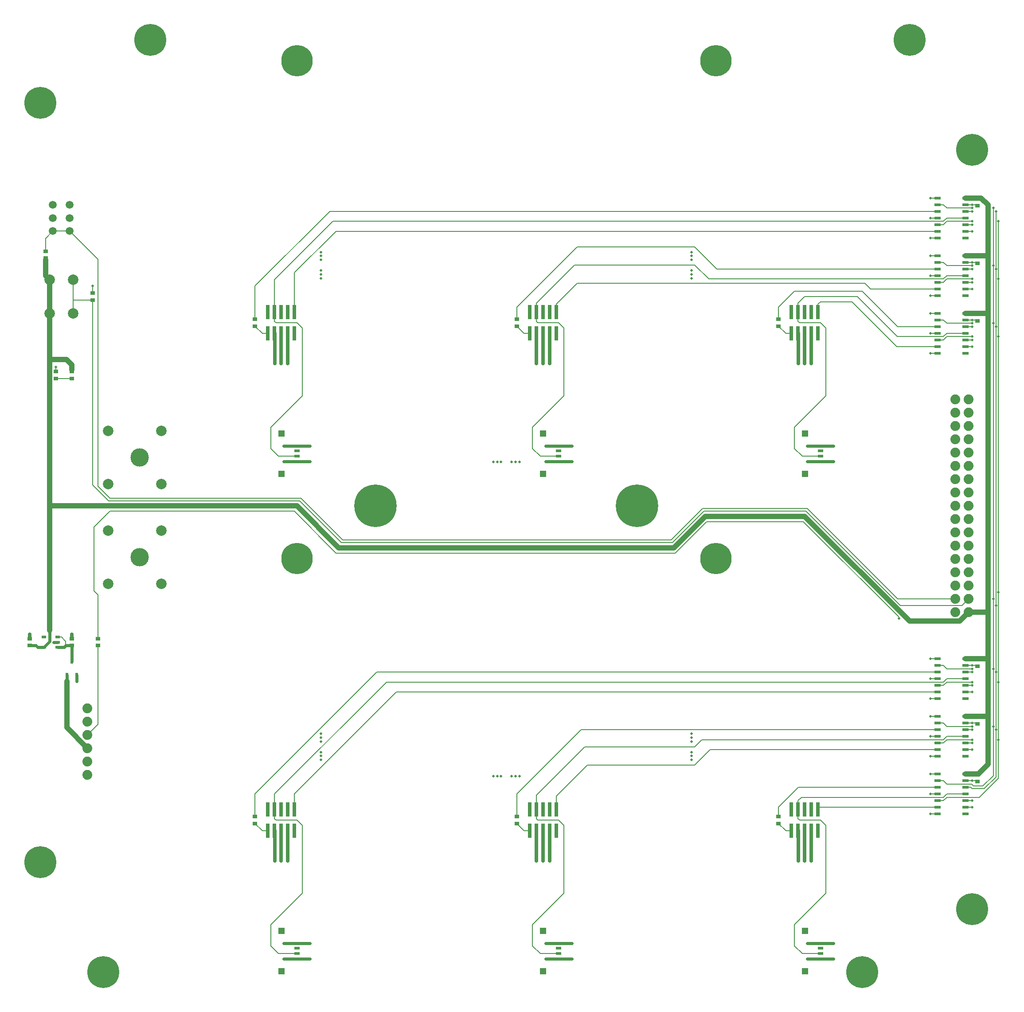
<source format=gtl>
G04*
G04 #@! TF.GenerationSoftware,Altium Limited,CircuitStudio,1.5.2 (30)*
G04*
G04 Layer_Physical_Order=1*
G04 Layer_Color=11767835*
%FSLAX25Y25*%
%MOIN*%
G70*
G01*
G75*
%ADD10R,0.03543X0.02756*%
%ADD11R,0.03543X0.02362*%
%ADD12R,0.05118X0.04961*%
%ADD13R,0.03937X0.02165*%
%ADD14R,0.02913X0.10984*%
%ADD15R,0.04646X0.02284*%
%ADD16R,0.02362X0.03543*%
%ADD17C,0.00591*%
%ADD18C,0.03937*%
%ADD19C,0.02362*%
%ADD20C,0.02756*%
%ADD21C,0.07400*%
%ADD22C,0.05906*%
%ADD23C,0.07874*%
%ADD24C,0.23622*%
%ADD25C,0.13780*%
%ADD26C,0.24016*%
%ADD27C,0.31890*%
%ADD28C,0.01969*%
D10*
X429134Y868701D02*
D03*
Y863583D02*
D03*
X460630Y662795D02*
D03*
Y667913D02*
D03*
X409449D02*
D03*
Y662795D02*
D03*
X440945Y667913D02*
D03*
Y662795D02*
D03*
X1122047Y565551D02*
D03*
Y560433D02*
D03*
Y608858D02*
D03*
Y603740D02*
D03*
Y647047D02*
D03*
Y652165D02*
D03*
Y906890D02*
D03*
Y912008D02*
D03*
Y950197D02*
D03*
Y955315D02*
D03*
X775591Y902953D02*
D03*
Y908071D02*
D03*
X972441Y528937D02*
D03*
Y534055D02*
D03*
X578740Y528937D02*
D03*
Y534055D02*
D03*
Y902953D02*
D03*
Y908071D02*
D03*
X1122047Y993504D02*
D03*
Y998622D02*
D03*
X440945Y868701D02*
D03*
Y863583D02*
D03*
X456693Y922638D02*
D03*
Y927756D02*
D03*
X421260Y954134D02*
D03*
Y959252D02*
D03*
X972441Y908071D02*
D03*
Y902953D02*
D03*
X775591Y534055D02*
D03*
Y528937D02*
D03*
D11*
X420079Y661614D02*
D03*
Y669095D02*
D03*
X430315Y661614D02*
D03*
Y665354D02*
D03*
Y669095D02*
D03*
D12*
X992205Y417815D02*
D03*
Y448327D02*
D03*
X598504Y417815D02*
D03*
Y448327D02*
D03*
X795354Y417815D02*
D03*
Y448327D02*
D03*
X992205Y791831D02*
D03*
Y822342D02*
D03*
X795354Y791831D02*
D03*
Y822342D02*
D03*
X598504Y791831D02*
D03*
Y822342D02*
D03*
D13*
X1003937Y427165D02*
D03*
Y431102D02*
D03*
Y435039D02*
D03*
Y438976D02*
D03*
X610236Y427165D02*
D03*
Y431102D02*
D03*
Y435039D02*
D03*
Y438976D02*
D03*
X807087Y427165D02*
D03*
Y431102D02*
D03*
Y435039D02*
D03*
Y438976D02*
D03*
X1003937Y801181D02*
D03*
Y805118D02*
D03*
Y809055D02*
D03*
Y812992D02*
D03*
X807087Y801181D02*
D03*
Y805118D02*
D03*
Y809055D02*
D03*
Y812992D02*
D03*
X610236Y801181D02*
D03*
Y805118D02*
D03*
Y809055D02*
D03*
Y812992D02*
D03*
D14*
X1002126Y539508D02*
D03*
Y523484D02*
D03*
X997126Y539508D02*
D03*
Y523484D02*
D03*
X992126Y539508D02*
D03*
Y523484D02*
D03*
X987126Y539508D02*
D03*
Y523484D02*
D03*
X982126Y539508D02*
D03*
Y523484D02*
D03*
X608425Y539508D02*
D03*
Y523484D02*
D03*
X603425Y539508D02*
D03*
Y523484D02*
D03*
X598425Y539508D02*
D03*
Y523484D02*
D03*
X593425Y539508D02*
D03*
Y523484D02*
D03*
X588425Y539508D02*
D03*
Y523484D02*
D03*
X805276Y539508D02*
D03*
Y523484D02*
D03*
X800276Y539508D02*
D03*
Y523484D02*
D03*
X795276Y539508D02*
D03*
Y523484D02*
D03*
X790276Y539508D02*
D03*
Y523484D02*
D03*
X785276Y539508D02*
D03*
Y523484D02*
D03*
X1002126Y913524D02*
D03*
Y897500D02*
D03*
X997126Y913524D02*
D03*
Y897500D02*
D03*
X992126Y913524D02*
D03*
Y897500D02*
D03*
X987126Y913524D02*
D03*
Y897500D02*
D03*
X982126Y913524D02*
D03*
Y897500D02*
D03*
X805276Y913524D02*
D03*
Y897500D02*
D03*
X800276Y913524D02*
D03*
Y897500D02*
D03*
X795276Y913524D02*
D03*
Y897500D02*
D03*
X790276Y913524D02*
D03*
Y897500D02*
D03*
X785276Y913524D02*
D03*
Y897500D02*
D03*
X608425Y913524D02*
D03*
Y897500D02*
D03*
X603425Y913524D02*
D03*
Y897500D02*
D03*
X598425Y913524D02*
D03*
Y897500D02*
D03*
X593425Y913524D02*
D03*
Y897500D02*
D03*
X588425Y913524D02*
D03*
Y897500D02*
D03*
D15*
X1091890Y566181D02*
D03*
Y561181D02*
D03*
Y556181D02*
D03*
Y551181D02*
D03*
Y546181D02*
D03*
Y541181D02*
D03*
Y536181D02*
D03*
X1112835D02*
D03*
Y541181D02*
D03*
Y546181D02*
D03*
Y551181D02*
D03*
Y556181D02*
D03*
Y561181D02*
D03*
Y566181D02*
D03*
X1091890Y609488D02*
D03*
Y604488D02*
D03*
Y599488D02*
D03*
Y594488D02*
D03*
Y589488D02*
D03*
Y584488D02*
D03*
Y579488D02*
D03*
X1112835D02*
D03*
Y584488D02*
D03*
Y589488D02*
D03*
Y594488D02*
D03*
Y599488D02*
D03*
Y604488D02*
D03*
Y609488D02*
D03*
X1091890Y652795D02*
D03*
Y647795D02*
D03*
Y642795D02*
D03*
Y637795D02*
D03*
Y632795D02*
D03*
Y627795D02*
D03*
Y622795D02*
D03*
X1112835D02*
D03*
Y627795D02*
D03*
Y632795D02*
D03*
Y637795D02*
D03*
Y642795D02*
D03*
Y647795D02*
D03*
Y652795D02*
D03*
X1091890Y912638D02*
D03*
Y907638D02*
D03*
Y902638D02*
D03*
Y897638D02*
D03*
Y892638D02*
D03*
Y887638D02*
D03*
Y882638D02*
D03*
X1112835D02*
D03*
Y887638D02*
D03*
Y892638D02*
D03*
Y897638D02*
D03*
Y902638D02*
D03*
Y907638D02*
D03*
Y912638D02*
D03*
X1091890Y955945D02*
D03*
Y950945D02*
D03*
Y945945D02*
D03*
Y940945D02*
D03*
Y935945D02*
D03*
Y930945D02*
D03*
Y925945D02*
D03*
X1112835D02*
D03*
Y930945D02*
D03*
Y935945D02*
D03*
Y940945D02*
D03*
Y945945D02*
D03*
Y950945D02*
D03*
Y955945D02*
D03*
X1091890Y999252D02*
D03*
Y994252D02*
D03*
Y989252D02*
D03*
Y984252D02*
D03*
Y979252D02*
D03*
Y974252D02*
D03*
Y969252D02*
D03*
X1112835D02*
D03*
Y974252D02*
D03*
Y979252D02*
D03*
Y984252D02*
D03*
Y989252D02*
D03*
Y994252D02*
D03*
Y999252D02*
D03*
D16*
X440945Y650787D02*
D03*
X437205Y640551D02*
D03*
X444685D02*
D03*
D17*
X457677Y703740D02*
X460630Y700787D01*
X457677Y703740D02*
Y751968D01*
X460630Y667913D02*
Y700787D01*
Y603425D02*
Y662795D01*
X452756Y595551D02*
X460630Y603425D01*
X457677Y751968D02*
X469488Y763779D01*
X436417Y662795D02*
Y665945D01*
X433268Y669095D02*
X436417Y665945D01*
X430315Y669095D02*
X433268D01*
X578740Y902953D02*
X584193Y897500D01*
X588425D01*
X608425Y913524D02*
Y943071D01*
X805276Y913524D02*
Y919449D01*
X790276Y920197D02*
X818898Y948819D01*
X790276Y913524D02*
Y920197D01*
X987126Y913524D02*
Y920197D01*
X1002126Y919449D02*
X1003937Y921260D01*
X1002126Y913524D02*
Y919449D01*
X790276Y539508D02*
Y550118D01*
X987126Y539508D02*
Y546181D01*
X1007874Y476378D02*
Y527559D01*
X984252Y452756D02*
X1007874Y476378D01*
X984252Y437008D02*
Y452756D01*
X988189Y531496D02*
X1003937D01*
X990158Y431102D02*
X1003937D01*
X984252Y437008D02*
X990158Y431102D01*
X1003937Y531496D02*
X1007874Y527559D01*
X987126Y532559D02*
Y539508D01*
Y532559D02*
X988189Y531496D01*
X593425Y532559D02*
X594488Y531496D01*
X593425Y532559D02*
Y539508D01*
X610236Y531496D02*
X614173Y527559D01*
X590551Y437008D02*
X596457Y431102D01*
X610236D01*
X594488Y531496D02*
X610236D01*
X590551Y437008D02*
Y452756D01*
X614173Y476378D01*
Y527559D01*
X608425Y539508D02*
Y551181D01*
X593425Y539508D02*
Y551181D01*
X790276Y532559D02*
X791339Y531496D01*
X790276Y532559D02*
Y539508D01*
X807087Y531496D02*
X811024Y527559D01*
X787402Y437008D02*
X793307Y431102D01*
X807087D01*
X791339Y531496D02*
X807087D01*
X787402Y437008D02*
Y452756D01*
X811024Y476378D01*
Y527559D01*
X987126Y906575D02*
X988189Y905512D01*
X987126Y906575D02*
Y913524D01*
X1003937Y905512D02*
X1007874Y901575D01*
X984252Y811024D02*
X990158Y805118D01*
X1003937D01*
X988189Y905512D02*
X1003937D01*
X984252Y811024D02*
Y826772D01*
X1007874Y850394D01*
Y901575D01*
X790276Y906575D02*
X791339Y905512D01*
X790276Y906575D02*
Y913524D01*
X807087Y905512D02*
X811024Y901575D01*
X787402Y811024D02*
X793307Y805118D01*
X807087D01*
X791339Y905512D02*
X807087D01*
X787402Y811024D02*
Y826772D01*
X811024Y850394D01*
Y901575D01*
X429134Y863583D02*
X440945D01*
X429134Y868701D02*
Y872047D01*
X614173Y850394D02*
Y901575D01*
X590551Y826772D02*
X614173Y850394D01*
X590551Y811024D02*
Y826772D01*
X594488Y905512D02*
X610236D01*
X596457Y805118D02*
X610236D01*
X590551Y811024D02*
X596457Y805118D01*
X610236Y905512D02*
X614173Y901575D01*
X426772Y974409D02*
X438976D01*
X1112835Y546181D02*
X1118110D01*
X1112835Y541181D02*
X1118110D01*
X1086614Y536181D02*
X1091890D01*
X1086614Y551181D02*
X1091890D01*
X1086614Y566181D02*
X1091890D01*
X1002283Y541181D02*
X1091890D01*
Y561181D02*
X1096457D01*
X1091890Y546181D02*
X1096457D01*
X1098898Y548622D01*
X1096457D02*
X1099016Y551181D01*
X1112835D01*
X1096457Y561181D02*
X1098976Y558661D01*
X1112835Y561181D02*
X1118110D01*
X1112835Y604488D02*
X1118110D01*
X1098976Y601968D02*
X1118110D01*
X1096457Y604488D02*
X1098976Y601968D01*
X1099016Y594488D02*
X1112835D01*
X1096457Y591929D02*
X1099016Y594488D01*
X1096457Y589488D02*
X1098898Y591929D01*
X1091890Y589488D02*
X1096457D01*
X1091890Y604488D02*
X1096457D01*
X1098898Y591929D02*
X1118110D01*
X1086614Y609488D02*
X1091890D01*
X1086614Y594488D02*
X1091890D01*
X1086614Y579488D02*
X1091890D01*
X1112835Y584488D02*
X1118110D01*
X1112835Y589488D02*
X1118110D01*
X1112835Y599488D02*
X1118110D01*
X1112835Y642795D02*
X1118110D01*
X1112835Y632795D02*
X1118110D01*
X1112835Y627795D02*
X1118110D01*
X1086614Y622795D02*
X1091890D01*
X1086614Y637795D02*
X1091890D01*
X1086614Y652795D02*
X1091890D01*
X1098898Y635236D02*
X1118110D01*
X1091890Y647795D02*
X1096457D01*
X1091890Y632795D02*
X1096457D01*
X1098898Y635236D01*
X1096457D02*
X1099016Y637795D01*
X1112835D01*
X1096457Y647795D02*
X1098976Y645276D01*
X1118110D01*
X1112835Y647795D02*
X1118110D01*
X1112835Y902638D02*
X1118110D01*
X1112835Y892638D02*
X1118110D01*
X1112835Y887638D02*
X1118110D01*
X1086614Y882638D02*
X1091890D01*
X1086614Y897638D02*
X1091890D01*
X1086614Y912638D02*
X1091890D01*
X1098898Y895079D02*
X1118110D01*
X1091890Y907638D02*
X1096457D01*
X1091890Y892638D02*
X1096457D01*
X1098898Y895079D01*
X1096457D02*
X1099016Y897638D01*
X1112835D01*
X1096457Y907638D02*
X1098976Y905118D01*
X1118110D01*
X1112835Y907638D02*
X1118110D01*
X1112835Y950945D02*
X1118110D01*
X1098976Y948425D02*
X1118110D01*
X1096457Y950945D02*
X1098976Y948425D01*
X1096457Y935945D02*
X1098898Y938386D01*
X1091890Y935945D02*
X1096457D01*
X1091890Y950945D02*
X1096457D01*
X1098898Y938386D02*
X1118110D01*
X1086614Y955945D02*
X1091890D01*
X1086614Y940945D02*
X1091890D01*
X1086614Y925945D02*
X1091890D01*
X1112835Y930945D02*
X1118110D01*
X1112835Y935945D02*
X1118110D01*
X1112835Y945945D02*
X1118110D01*
X1112835Y989252D02*
X1118110D01*
X1112835Y979252D02*
X1118110D01*
X1112835Y974252D02*
X1118110D01*
X1086614Y969252D02*
X1091890D01*
X1086614Y984252D02*
X1091890D01*
X1086614Y999252D02*
X1091890D01*
X1098898Y981693D02*
X1118110D01*
X1091890Y994252D02*
X1096457D01*
X1091890Y979252D02*
X1096457D01*
X1098898Y981693D01*
X1096457D02*
X1099016Y984252D01*
X1112835D01*
X1096457Y994252D02*
X1098976Y991732D01*
X1118110D01*
X1112835Y994252D02*
X1118110D01*
X593425Y906575D02*
Y913524D01*
Y906575D02*
X594488Y905512D01*
X421260Y959252D02*
Y968898D01*
X426772Y974409D01*
X441929Y922638D02*
X456693D01*
X441929Y912402D02*
Y922638D01*
Y937992D01*
X439370Y974409D02*
X460630Y953150D01*
X1110433Y692913D02*
X1115236Y697717D01*
X456693Y783465D02*
Y922638D01*
Y783465D02*
X468504Y771654D01*
X460630Y782480D02*
Y953150D01*
Y782480D02*
X469488Y773622D01*
X456693Y927756D02*
Y933071D01*
X469488Y773622D02*
X613189D01*
X469488Y763779D02*
X608268D01*
X639764Y732283D01*
X468504Y771654D02*
X612205D01*
X643701Y740158D01*
X613189Y773622D02*
X644685Y742126D01*
X639764Y732283D02*
X894685D01*
X644685Y742126D02*
X891732D01*
X643701Y740158D02*
X892717D01*
X1063976Y692913D02*
X1110433D01*
X1062126Y697717D02*
X1105236D01*
X894685Y732283D02*
X918307Y755905D01*
X991142D01*
X892717Y740158D02*
X916339Y763779D01*
X993110D01*
X891732Y742126D02*
X915354Y765748D01*
X994094D01*
X1062126Y697717D01*
X993110Y763779D02*
X1063976Y692913D01*
X1062992Y683071D02*
Y684055D01*
X991142Y755905D02*
X1062992Y684055D01*
X1133858Y948425D02*
Y991732D01*
Y601968D02*
Y645276D01*
Y905118D01*
Y948425D01*
X1135827Y945945D02*
Y989252D01*
X1137795Y938386D02*
Y981693D01*
Y591929D02*
Y635236D01*
Y895079D01*
Y938386D01*
X1135827Y692913D02*
Y902638D01*
Y945945D01*
Y642795D02*
Y692913D01*
Y599488D02*
Y642795D01*
X1118110Y604488D02*
X1121299D01*
X1118110Y561181D02*
X1121299D01*
X1118110Y647795D02*
X1121299D01*
X1118110Y907638D02*
X1121299D01*
X1118110Y950945D02*
X1121299D01*
X1118110Y994252D02*
X1121299D01*
X1125984Y557087D02*
X1133858Y564961D01*
Y601968D01*
X1126968Y555118D02*
X1135827Y563976D01*
Y599488D01*
X1098898Y548622D02*
X1123425D01*
X1137795Y562992D01*
Y591929D01*
X1112835Y556181D02*
X1117047D01*
X1118110Y555118D01*
X1126968D01*
X1098976Y558661D02*
X1117520D01*
X1119094Y557087D01*
X1125984D01*
X775591Y908071D02*
Y917323D01*
X972441Y908071D02*
Y917323D01*
X1099016Y940945D02*
X1112835D01*
X1096457Y938386D02*
X1099016Y940945D01*
X1061181Y887638D02*
X1091890D01*
X1003937Y921260D02*
X1027559D01*
X1061181Y887638D01*
X1061614Y895079D02*
X1096457D01*
X1061929Y902638D02*
X1091890D01*
X781043Y897500D02*
X785276D01*
X775591Y902953D02*
X781043Y897500D01*
X608425Y943071D02*
X639606Y974252D01*
X1091890D01*
X1041496Y930945D02*
X1091890D01*
X818898Y948819D02*
X909449D01*
X919882Y938386D01*
X1096457D01*
X775591Y917323D02*
X820866Y962598D01*
X909449D01*
X926102Y945945D01*
X1091890D01*
X578740Y534055D02*
Y551181D01*
X670354Y642795D01*
X1091890D01*
X677480Y635236D02*
X1096457D01*
X593425Y551181D02*
X677480Y635236D01*
X608425Y551181D02*
X685039Y627795D01*
X1091890D01*
X775591Y551181D02*
X823898Y599488D01*
X775591Y534055D02*
Y551181D01*
X823898Y599488D02*
X1091890D01*
X909449Y586614D02*
X914764Y591929D01*
X826772Y586614D02*
X909449D01*
X790276Y550118D02*
X826772Y586614D01*
X914764Y591929D02*
X1096457D01*
X909449Y572835D02*
X921102Y584488D01*
X1091890D01*
X578740Y908071D02*
Y933071D01*
X634921Y989252D01*
X1091890D01*
X593425Y913524D02*
Y937913D01*
X637205Y981693D01*
X1096457D01*
X805276Y919449D02*
X820866Y935039D01*
X1037402D01*
X1041496Y930945D01*
X1031496Y925197D02*
X1061614Y895079D01*
X987126Y920197D02*
X992126Y925197D01*
X1031496D01*
X1035433Y929134D02*
X1061929Y902638D01*
X972441Y917323D02*
X984252Y929134D01*
X1035433D01*
X972441Y534055D02*
Y541339D01*
X987284Y556181D01*
X1091890D01*
X987126Y546181D02*
X989567Y548622D01*
X1096457D01*
X1002126Y541339D02*
X1002283Y541181D01*
X1002126Y539508D02*
Y541339D01*
X805276Y539508D02*
Y549370D01*
X828740Y572835D01*
X909449D01*
X977894Y523484D02*
X982126D01*
X972441Y528937D02*
X977894Y523484D01*
X781043D02*
X785276D01*
X775591Y528937D02*
X781043Y523484D01*
X584193D02*
X588425D01*
X578740Y528937D02*
X584193Y523484D01*
X977894Y897500D02*
X982126D01*
X972441Y902953D02*
X977894Y897500D01*
D18*
X437205Y601102D02*
Y635827D01*
Y601102D02*
X452756Y585551D01*
X424213Y877953D02*
Y912402D01*
Y877953D02*
X437008D01*
X440945Y874016D01*
Y870079D02*
Y874016D01*
X424213Y912402D02*
Y937992D01*
X421260Y940945D02*
X424213Y937992D01*
X421260Y940945D02*
Y952756D01*
X424213Y767717D02*
Y877953D01*
Y767717D02*
X610236D01*
X641732Y736221D01*
X1115236Y687717D02*
X1128661D01*
X1129921Y688976D01*
X1108622Y681102D02*
X1115236Y687717D01*
X1070866Y681102D02*
X1108622D01*
X424213Y674213D02*
Y767717D01*
X641732Y736221D02*
X893701D01*
X917323Y759842D01*
X992126D01*
X1070866Y681102D01*
X1122677Y566181D02*
X1129921Y573425D01*
X1112835Y566181D02*
X1122677D01*
X1112835Y652795D02*
X1129173D01*
X1112835Y912638D02*
X1129173D01*
X1112835Y955945D02*
X1129173D01*
X1124764Y999252D02*
X1129921Y994094D01*
X1112835Y999252D02*
X1124764D01*
X1129921Y688976D02*
Y994094D01*
X1112835Y609488D02*
X1129173D01*
X1129921Y573425D02*
Y688976D01*
D19*
X437205Y635827D02*
Y640551D01*
X444685Y635827D02*
Y640551D01*
X427165Y665354D02*
X430315D01*
X420079Y661614D02*
X424213Y665748D01*
Y674213D01*
X436417Y662795D02*
X440945D01*
X435236Y661614D02*
X436417Y662795D01*
X430315Y661614D02*
X435236D01*
X413976Y662795D02*
X415158Y661614D01*
X409449Y662795D02*
X413976D01*
X415158Y661614D02*
X420079D01*
X440945Y650787D02*
Y662795D01*
X1003937Y427165D02*
X1013780D01*
X1003937Y438976D02*
X1013780D01*
X994094Y427165D02*
X1003937D01*
X994094Y438976D02*
X1003937D01*
X600394D02*
X610236D01*
X600394Y427165D02*
X610236D01*
Y438976D02*
X620079D01*
X610236Y427165D02*
X620079D01*
X797244Y438976D02*
X807087D01*
X797244Y427165D02*
X807087D01*
Y438976D02*
X816929D01*
X807087Y427165D02*
X816929D01*
X994094Y812992D02*
X1003937D01*
X994094Y801181D02*
X1003937D01*
Y812992D02*
X1013780D01*
X1003937Y801181D02*
X1013780D01*
X797244Y812992D02*
X807087D01*
X797244Y801181D02*
X807087D01*
Y812992D02*
X816929D01*
X807087Y801181D02*
X816929D01*
X610236D02*
X620079D01*
X610236Y812992D02*
X620079D01*
X600394Y801181D02*
X610236D01*
X600394Y812992D02*
X610236D01*
D20*
X409449Y667913D02*
Y671260D01*
X440945Y667913D02*
Y671260D01*
X987205Y500984D02*
Y523406D01*
X987126Y523484D02*
X987205Y523406D01*
X997126Y500984D02*
Y509842D01*
Y515748D01*
Y523484D01*
X992126Y500984D02*
Y523484D01*
X598425Y500984D02*
Y523484D01*
X603425Y515748D02*
Y523484D01*
Y509842D02*
Y515748D01*
Y500984D02*
Y509842D01*
X593425Y523484D02*
X593504Y523406D01*
Y500984D02*
Y523406D01*
X795276Y500984D02*
Y523484D01*
X800276Y515748D02*
Y523484D01*
Y509842D02*
Y515748D01*
Y500984D02*
Y509842D01*
X790276Y523484D02*
X790354Y523406D01*
Y500984D02*
Y523406D01*
X992126Y875000D02*
Y897500D01*
X997126Y889764D02*
Y897500D01*
Y883858D02*
Y889764D01*
Y875000D02*
Y883858D01*
X987126Y897500D02*
X987205Y897421D01*
Y875000D02*
Y897421D01*
X795276Y875000D02*
Y897500D01*
X800276Y889764D02*
Y897500D01*
Y883858D02*
Y889764D01*
Y875000D02*
Y883858D01*
X790276Y897500D02*
X790354Y897421D01*
Y875000D02*
Y897421D01*
X593504Y875000D02*
Y897421D01*
X593425Y897500D02*
X593504Y897421D01*
X603425Y875000D02*
Y883858D01*
Y889764D01*
Y897500D01*
X598425Y875000D02*
Y897500D01*
D21*
X1105236Y847717D02*
D03*
X1115236D02*
D03*
X1105236Y837716D02*
D03*
X1115236D02*
D03*
X1105236Y827717D02*
D03*
X1115236D02*
D03*
X1105236Y817717D02*
D03*
X1115236D02*
D03*
X1105236Y807717D02*
D03*
X1115236D02*
D03*
X1105236Y797717D02*
D03*
X1115236D02*
D03*
X1105236Y787717D02*
D03*
X1115236D02*
D03*
X1105236Y777717D02*
D03*
X1115236D02*
D03*
X1105236Y767717D02*
D03*
X1115236D02*
D03*
X1105236Y757717D02*
D03*
X1115236D02*
D03*
X1105236Y747717D02*
D03*
X1115236D02*
D03*
X1105236Y737717D02*
D03*
X1115236D02*
D03*
X1105236Y727717D02*
D03*
X1115236D02*
D03*
X1105236Y717717D02*
D03*
X1115236D02*
D03*
X1105236Y707717D02*
D03*
X1115236D02*
D03*
X1105236Y697717D02*
D03*
X1115236D02*
D03*
X1105236Y687717D02*
D03*
X1115236D02*
D03*
X452756Y615551D02*
D03*
Y605551D02*
D03*
Y595551D02*
D03*
Y585551D02*
D03*
Y575551D02*
D03*
Y565551D02*
D03*
D22*
X439370Y974409D02*
D03*
Y984252D02*
D03*
Y994094D02*
D03*
X426772Y974409D02*
D03*
Y984252D02*
D03*
Y994094D02*
D03*
D23*
X441929Y937992D02*
D03*
Y912402D02*
D03*
X424213D02*
D03*
Y937992D02*
D03*
X508386Y749134D02*
D03*
X468386D02*
D03*
Y709134D02*
D03*
X508386D02*
D03*
Y824134D02*
D03*
X468386D02*
D03*
Y784134D02*
D03*
X508386D02*
D03*
D24*
X610236Y1102362D02*
D03*
X925197D02*
D03*
Y728346D02*
D03*
X610236D02*
D03*
D25*
X492047Y729134D02*
D03*
Y804134D02*
D03*
D26*
X500000Y1118110D02*
D03*
X417323Y1070866D02*
D03*
X464567Y417323D02*
D03*
X417323Y500000D02*
D03*
X1118110Y464567D02*
D03*
X1035433Y417323D02*
D03*
X1070866Y1118110D02*
D03*
X1118110Y1035433D02*
D03*
D27*
X669291Y767717D02*
D03*
X866142D02*
D03*
D28*
X444685Y635827D02*
D03*
X427165Y665354D02*
D03*
X409449Y671260D02*
D03*
X440945D02*
D03*
X1013780Y427165D02*
D03*
Y438976D02*
D03*
X1010827D02*
D03*
Y427165D02*
D03*
X994094D02*
D03*
X997047D02*
D03*
X994094Y438976D02*
D03*
X997047D02*
D03*
X987205Y500984D02*
D03*
Y503937D02*
D03*
X987126Y506890D02*
D03*
X987205Y509842D02*
D03*
X987126Y512795D02*
D03*
X997126Y500984D02*
D03*
Y503937D02*
D03*
Y506890D02*
D03*
Y509842D02*
D03*
Y512795D02*
D03*
X987126Y515748D02*
D03*
X907087Y576772D02*
D03*
Y582677D02*
D03*
Y579724D02*
D03*
X1007874Y427165D02*
D03*
Y438976D02*
D03*
X1000000Y427165D02*
D03*
Y438976D02*
D03*
X907087Y593504D02*
D03*
Y590551D02*
D03*
Y596457D02*
D03*
X997126Y515748D02*
D03*
X992126Y515679D02*
D03*
X992126Y512795D02*
D03*
Y509842D02*
D03*
Y506890D02*
D03*
Y503937D02*
D03*
Y500984D02*
D03*
X603425Y515748D02*
D03*
X628346Y576772D02*
D03*
Y582677D02*
D03*
Y579724D02*
D03*
X606299Y438976D02*
D03*
Y427165D02*
D03*
X614173Y438976D02*
D03*
Y427165D02*
D03*
X628346Y593504D02*
D03*
Y590551D02*
D03*
Y596457D02*
D03*
X593425Y515748D02*
D03*
X603425Y512795D02*
D03*
Y509842D02*
D03*
Y506890D02*
D03*
Y503937D02*
D03*
Y500984D02*
D03*
X593425Y512795D02*
D03*
X593504Y509842D02*
D03*
X593425Y506890D02*
D03*
X593504Y503937D02*
D03*
Y500984D02*
D03*
X603346Y438976D02*
D03*
X600394D02*
D03*
X603346Y427165D02*
D03*
X600394D02*
D03*
X617126D02*
D03*
Y438976D02*
D03*
X620079D02*
D03*
Y427165D02*
D03*
X598425Y512795D02*
D03*
X598425Y515679D02*
D03*
X598425Y509842D02*
D03*
Y506890D02*
D03*
Y503937D02*
D03*
Y500984D02*
D03*
X795276D02*
D03*
X795276Y503937D02*
D03*
Y506890D02*
D03*
Y509842D02*
D03*
Y512795D02*
D03*
Y515748D02*
D03*
Y875000D02*
D03*
Y877953D02*
D03*
Y880906D02*
D03*
Y883858D02*
D03*
Y886811D02*
D03*
Y889695D02*
D03*
X992126Y875000D02*
D03*
Y877953D02*
D03*
Y880906D02*
D03*
Y883858D02*
D03*
Y886811D02*
D03*
X992126Y889695D02*
D03*
X598425Y875000D02*
D03*
Y877953D02*
D03*
Y880906D02*
D03*
Y883858D02*
D03*
X598425Y889695D02*
D03*
X598425Y886811D02*
D03*
X800276Y515748D02*
D03*
X757874Y564567D02*
D03*
X763779D02*
D03*
X760827D02*
D03*
X803150Y438976D02*
D03*
Y427165D02*
D03*
X811024Y438976D02*
D03*
Y427165D02*
D03*
X774606Y564567D02*
D03*
X771654D02*
D03*
X777559D02*
D03*
X790276Y515748D02*
D03*
X800276Y512795D02*
D03*
Y509842D02*
D03*
Y506890D02*
D03*
Y503937D02*
D03*
Y500984D02*
D03*
X790276Y512795D02*
D03*
X790354Y509842D02*
D03*
X790276Y506890D02*
D03*
X790354Y503937D02*
D03*
Y500984D02*
D03*
X800197Y438976D02*
D03*
X797244D02*
D03*
X800197Y427165D02*
D03*
X797244D02*
D03*
X813976D02*
D03*
Y438976D02*
D03*
X816929D02*
D03*
Y427165D02*
D03*
X997126Y889764D02*
D03*
X907087Y958661D02*
D03*
Y952756D02*
D03*
Y955709D02*
D03*
X1000000Y812992D02*
D03*
Y801181D02*
D03*
X1007874Y812992D02*
D03*
Y801181D02*
D03*
X907087Y941929D02*
D03*
Y944882D02*
D03*
Y938976D02*
D03*
X987126Y889764D02*
D03*
X997126Y886811D02*
D03*
Y883858D02*
D03*
Y880906D02*
D03*
Y877953D02*
D03*
Y875000D02*
D03*
X987126Y886811D02*
D03*
X987205Y883858D02*
D03*
X987126Y880906D02*
D03*
X987205Y877953D02*
D03*
Y875000D02*
D03*
X997047Y812992D02*
D03*
X994094D02*
D03*
X997047Y801181D02*
D03*
X994094D02*
D03*
X1010827D02*
D03*
Y812992D02*
D03*
X1013780D02*
D03*
Y801181D02*
D03*
X800276Y889764D02*
D03*
X757874Y800787D02*
D03*
X763779D02*
D03*
X760827D02*
D03*
X803150Y812992D02*
D03*
Y801181D02*
D03*
X811024Y812992D02*
D03*
Y801181D02*
D03*
X774606Y800787D02*
D03*
X771654D02*
D03*
X777559D02*
D03*
X790276Y889764D02*
D03*
X800276Y886811D02*
D03*
Y883858D02*
D03*
Y880906D02*
D03*
Y877953D02*
D03*
Y875000D02*
D03*
X790276Y886811D02*
D03*
X790354Y883858D02*
D03*
X790276Y880906D02*
D03*
X790354Y877953D02*
D03*
Y875000D02*
D03*
X800197Y812992D02*
D03*
X797244D02*
D03*
X800197Y801181D02*
D03*
X797244D02*
D03*
X813976D02*
D03*
Y812992D02*
D03*
X816929D02*
D03*
Y801181D02*
D03*
X620079D02*
D03*
Y812992D02*
D03*
X617126D02*
D03*
Y801181D02*
D03*
X600394D02*
D03*
X603346D02*
D03*
X600394Y812992D02*
D03*
X603346D02*
D03*
X593504Y875000D02*
D03*
Y877953D02*
D03*
X593425Y880906D02*
D03*
X593504Y883858D02*
D03*
X593425Y886811D02*
D03*
X603425Y875000D02*
D03*
Y877953D02*
D03*
Y880906D02*
D03*
Y883858D02*
D03*
Y886811D02*
D03*
X593425Y889764D02*
D03*
X628346Y958661D02*
D03*
Y952756D02*
D03*
Y955709D02*
D03*
X614173Y801181D02*
D03*
Y812992D02*
D03*
X606299Y801181D02*
D03*
Y812992D02*
D03*
X429134Y872047D02*
D03*
X628346Y941929D02*
D03*
Y944882D02*
D03*
Y938976D02*
D03*
X603425Y889764D02*
D03*
X1118110Y546181D02*
D03*
Y541181D02*
D03*
X1086614Y536181D02*
D03*
Y551181D02*
D03*
Y566181D02*
D03*
X1118110Y561181D02*
D03*
X1137795Y591929D02*
D03*
X1133858Y601968D02*
D03*
X1118110Y604488D02*
D03*
Y601968D02*
D03*
Y591929D02*
D03*
X1086614Y609488D02*
D03*
Y594488D02*
D03*
Y579488D02*
D03*
X1118110Y584488D02*
D03*
Y589488D02*
D03*
Y599488D02*
D03*
Y642795D02*
D03*
Y632795D02*
D03*
Y627795D02*
D03*
X1086614Y622795D02*
D03*
Y637795D02*
D03*
Y652795D02*
D03*
X1118110Y635236D02*
D03*
Y645276D02*
D03*
Y647795D02*
D03*
X1133858Y645276D02*
D03*
X1137795Y635236D02*
D03*
X1118110Y902638D02*
D03*
Y892638D02*
D03*
Y887638D02*
D03*
X1086614Y882638D02*
D03*
Y897638D02*
D03*
Y912638D02*
D03*
X1118110Y895079D02*
D03*
Y905118D02*
D03*
Y907638D02*
D03*
X1133858Y905118D02*
D03*
X1137795Y895079D02*
D03*
Y938386D02*
D03*
X1135827Y945945D02*
D03*
X1133858Y948425D02*
D03*
X1118110Y950945D02*
D03*
Y948425D02*
D03*
Y938386D02*
D03*
X1086614Y955945D02*
D03*
Y940945D02*
D03*
Y925945D02*
D03*
X1118110Y930945D02*
D03*
Y935945D02*
D03*
Y945945D02*
D03*
Y989252D02*
D03*
Y979252D02*
D03*
Y974252D02*
D03*
X1086614Y969252D02*
D03*
Y984252D02*
D03*
Y999252D02*
D03*
X1118110Y981693D02*
D03*
Y991732D02*
D03*
Y994252D02*
D03*
X1133858Y991732D02*
D03*
X1135827Y989252D02*
D03*
X1137795Y981693D02*
D03*
X1135827Y692913D02*
D03*
X1133858Y697835D02*
D03*
X1137795Y702756D02*
D03*
X456693Y933071D02*
D03*
X1062992Y683071D02*
D03*
X1135827Y902638D02*
D03*
Y642795D02*
D03*
Y599488D02*
D03*
M02*

</source>
